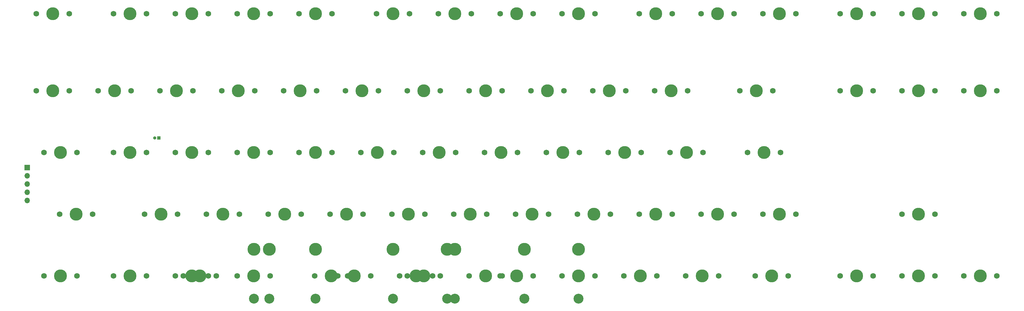
<source format=gbr>
%TF.GenerationSoftware,KiCad,Pcbnew,(7.0.0-0)*%
%TF.CreationDate,2023-07-19T11:54:47-04:00*%
%TF.ProjectId,meadowstumble,6d656164-6f77-4737-9475-6d626c652e6b,rev?*%
%TF.SameCoordinates,Original*%
%TF.FileFunction,Soldermask,Top*%
%TF.FilePolarity,Negative*%
%FSLAX46Y46*%
G04 Gerber Fmt 4.6, Leading zero omitted, Abs format (unit mm)*
G04 Created by KiCad (PCBNEW (7.0.0-0)) date 2023-07-19 11:54:47*
%MOMM*%
%LPD*%
G01*
G04 APERTURE LIST*
%ADD10C,3.987800*%
%ADD11C,3.048000*%
%ADD12C,1.750000*%
%ADD13R,1.000000X1.000000*%
%ADD14O,1.000000X1.000000*%
%ADD15R,1.700000X1.700000*%
%ADD16O,1.700000X1.700000*%
G04 APERTURE END LIST*
D10*
%TO.C,MX60*%
X217350000Y-157220000D03*
X122100000Y-157220000D03*
D11*
X217350000Y-172460000D03*
X122100000Y-172460000D03*
D12*
X174805000Y-165475000D03*
X164645000Y-165475000D03*
D10*
X169725000Y-165475000D03*
%TD*%
%TO.C,MX61*%
X217350000Y-157220000D03*
X179250000Y-157220000D03*
D11*
X217350000Y-172460000D03*
X179250000Y-172460000D03*
D12*
X203380000Y-165475000D03*
X193220000Y-165475000D03*
D10*
X198300000Y-165475000D03*
%TD*%
%TO.C,MX60*%
X160200000Y-157220000D03*
X122100000Y-157220000D03*
D11*
X160200000Y-172460000D03*
X122100000Y-172460000D03*
D12*
X146230000Y-165475000D03*
X136070000Y-165475000D03*
D10*
X141150000Y-165475000D03*
%TD*%
D12*
%TO.C,MX58*%
X105748750Y-165475000D03*
X95588750Y-165475000D03*
D10*
X100668750Y-165475000D03*
%TD*%
%TO.C,MX60*%
X217343650Y-157220000D03*
X117343850Y-157220000D03*
D11*
X217343650Y-172460000D03*
X117343850Y-172460000D03*
D12*
X172423750Y-165475000D03*
X162263750Y-165475000D03*
D10*
X167343750Y-165475000D03*
%TD*%
D12*
%TO.C,MX20*%
X126545000Y-108325000D03*
D10*
X131625000Y-108325000D03*
D12*
X136705000Y-108325000D03*
%TD*%
%TO.C,MX23*%
X183695000Y-108325000D03*
D10*
X188775000Y-108325000D03*
D12*
X193855000Y-108325000D03*
%TD*%
%TO.C,MX27*%
X267038750Y-108325000D03*
D10*
X272118750Y-108325000D03*
D12*
X277198750Y-108325000D03*
%TD*%
%TO.C,MX36*%
X150357500Y-127375000D03*
D10*
X155437500Y-127375000D03*
D12*
X160517500Y-127375000D03*
%TD*%
%TO.C,MX53*%
X255132500Y-146425000D03*
D10*
X260212500Y-146425000D03*
D12*
X265292500Y-146425000D03*
%TD*%
%TO.C,MX49*%
X178932500Y-146425000D03*
D10*
X184012500Y-146425000D03*
D12*
X189092500Y-146425000D03*
%TD*%
%TO.C,MX10*%
X236082500Y-84512500D03*
D10*
X241162500Y-84512500D03*
D12*
X246242500Y-84512500D03*
%TD*%
%TO.C,MX6*%
X155120000Y-84512500D03*
D10*
X160200000Y-84512500D03*
D12*
X165280000Y-84512500D03*
%TD*%
%TO.C,MX32*%
X74157500Y-127375000D03*
D10*
X79237500Y-127375000D03*
D12*
X84317500Y-127375000D03*
%TD*%
%TO.C,MX24*%
X202745000Y-108325000D03*
D10*
X207825000Y-108325000D03*
D12*
X212905000Y-108325000D03*
%TD*%
%TO.C,MX65*%
X271801250Y-165475000D03*
D10*
X276881250Y-165475000D03*
D12*
X281961250Y-165475000D03*
%TD*%
%TO.C,MX19*%
X107495000Y-108325000D03*
D10*
X112575000Y-108325000D03*
D12*
X117655000Y-108325000D03*
%TD*%
%TO.C,MX17*%
X69395000Y-108325000D03*
D10*
X74475000Y-108325000D03*
D12*
X79555000Y-108325000D03*
%TD*%
%TO.C,MX21*%
X145595000Y-108325000D03*
D10*
X150675000Y-108325000D03*
D12*
X155755000Y-108325000D03*
%TD*%
%TO.C,MX44*%
X83682500Y-146425000D03*
D10*
X88762500Y-146425000D03*
D12*
X93842500Y-146425000D03*
%TD*%
%TO.C,MX5*%
X131307500Y-84512500D03*
D10*
X136387500Y-84512500D03*
D12*
X141467500Y-84512500D03*
%TD*%
%TO.C,MX47*%
X140832500Y-146425000D03*
D10*
X145912500Y-146425000D03*
D12*
X150992500Y-146425000D03*
%TD*%
%TO.C,MX56*%
X52726250Y-165475000D03*
D10*
X57806250Y-165475000D03*
D12*
X62886250Y-165475000D03*
%TD*%
%TO.C,MX45*%
X102732500Y-146425000D03*
D10*
X107812500Y-146425000D03*
D12*
X112892500Y-146425000D03*
%TD*%
%TO.C,MX64*%
X250370000Y-165475000D03*
D10*
X255450000Y-165475000D03*
D12*
X260530000Y-165475000D03*
%TD*%
%TO.C,MX41*%
X245607500Y-127375000D03*
D10*
X250687500Y-127375000D03*
D12*
X255767500Y-127375000D03*
%TD*%
%TO.C,MX13*%
X297995000Y-84512500D03*
D10*
X303075000Y-84512500D03*
D12*
X308155000Y-84512500D03*
%TD*%
%TO.C,MX57*%
X74157500Y-165475000D03*
D10*
X79237500Y-165475000D03*
D12*
X84317500Y-165475000D03*
%TD*%
D10*
%TO.C,MX61*%
X176868750Y-157220000D03*
D11*
X176868750Y-172460000D03*
D12*
X183695000Y-165475000D03*
D10*
X188775000Y-165475000D03*
D12*
X193855000Y-165475000D03*
D10*
X200681250Y-157220000D03*
D11*
X200681250Y-172460000D03*
%TD*%
D12*
%TO.C,MX67*%
X317045000Y-165475000D03*
D10*
X322125000Y-165475000D03*
D12*
X327205000Y-165475000D03*
%TD*%
%TO.C,MX39*%
X207507500Y-127375000D03*
D10*
X212587500Y-127375000D03*
D12*
X217667500Y-127375000D03*
%TD*%
%TO.C,MX1*%
X50345000Y-84512500D03*
D10*
X55425000Y-84512500D03*
D12*
X60505000Y-84512500D03*
%TD*%
%TO.C,MX12*%
X274182500Y-84512500D03*
D10*
X279262500Y-84512500D03*
D12*
X284342500Y-84512500D03*
%TD*%
%TO.C,MX7*%
X174170000Y-84512500D03*
D10*
X179250000Y-84512500D03*
D12*
X184330000Y-84512500D03*
%TD*%
%TO.C,MX2*%
X74157500Y-84512500D03*
D10*
X79237500Y-84512500D03*
D12*
X84317500Y-84512500D03*
%TD*%
%TO.C,MX48*%
X159882500Y-146425000D03*
D10*
X164962500Y-146425000D03*
D12*
X170042500Y-146425000D03*
%TD*%
%TO.C,MX3*%
X93207500Y-84512500D03*
D10*
X98287500Y-84512500D03*
D12*
X103367500Y-84512500D03*
%TD*%
%TO.C,MX18*%
X88445000Y-108325000D03*
D10*
X93525000Y-108325000D03*
D12*
X98605000Y-108325000D03*
%TD*%
%TO.C,MX58*%
X93207500Y-165475000D03*
D10*
X98287500Y-165475000D03*
D12*
X103367500Y-165475000D03*
%TD*%
%TO.C,MX40*%
X226557500Y-127375000D03*
D10*
X231637500Y-127375000D03*
D12*
X236717500Y-127375000D03*
%TD*%
%TO.C,MX35*%
X131307500Y-127375000D03*
D10*
X136387500Y-127375000D03*
D12*
X141467500Y-127375000D03*
%TD*%
%TO.C,MX28*%
X297995000Y-108325000D03*
D10*
X303075000Y-108325000D03*
D12*
X308155000Y-108325000D03*
%TD*%
%TO.C,MX25*%
X221795000Y-108325000D03*
D10*
X226875000Y-108325000D03*
D12*
X231955000Y-108325000D03*
%TD*%
%TO.C,MX54*%
X274182500Y-146425000D03*
D10*
X279262500Y-146425000D03*
D12*
X284342500Y-146425000D03*
%TD*%
%TO.C,MX46*%
X121782500Y-146425000D03*
D10*
X126862500Y-146425000D03*
D12*
X131942500Y-146425000D03*
%TD*%
%TO.C,MX15*%
X336095000Y-84512500D03*
D10*
X341175000Y-84512500D03*
D12*
X346255000Y-84512500D03*
%TD*%
%TO.C,MX59*%
X112257500Y-165475000D03*
D10*
X117337500Y-165475000D03*
D12*
X122417500Y-165475000D03*
%TD*%
%TO.C,MX63*%
X231320000Y-165475000D03*
D10*
X236400000Y-165475000D03*
D12*
X241480000Y-165475000D03*
%TD*%
%TO.C,MX11*%
X255132500Y-84512500D03*
D10*
X260212500Y-84512500D03*
D12*
X265292500Y-84512500D03*
%TD*%
%TO.C,MX22*%
X164645000Y-108325000D03*
D10*
X169725000Y-108325000D03*
D12*
X174805000Y-108325000D03*
%TD*%
%TO.C,MX29*%
X317045000Y-108325000D03*
D10*
X322125000Y-108325000D03*
D12*
X327205000Y-108325000D03*
%TD*%
%TO.C,MX14*%
X317045000Y-84512500D03*
D10*
X322125000Y-84512500D03*
D12*
X327205000Y-84512500D03*
%TD*%
%TO.C,MX30*%
X336095000Y-108325000D03*
D10*
X341175000Y-108325000D03*
D12*
X346255000Y-108325000D03*
%TD*%
%TO.C,MX16*%
X50345000Y-108325000D03*
D10*
X55425000Y-108325000D03*
D12*
X60505000Y-108325000D03*
%TD*%
%TO.C,MX9*%
X212270000Y-84512500D03*
D10*
X217350000Y-84512500D03*
D12*
X222430000Y-84512500D03*
%TD*%
%TO.C,MX68*%
X336095000Y-165475000D03*
D10*
X341175000Y-165475000D03*
D12*
X346255000Y-165475000D03*
%TD*%
%TO.C,MX66*%
X297995000Y-165475000D03*
D10*
X303075000Y-165475000D03*
D12*
X308155000Y-165475000D03*
%TD*%
%TO.C,MX62*%
X212270000Y-165475000D03*
D10*
X217350000Y-165475000D03*
D12*
X222430000Y-165475000D03*
%TD*%
%TO.C,MX31*%
X52726250Y-127375000D03*
D10*
X57806250Y-127375000D03*
D12*
X62886250Y-127375000D03*
%TD*%
%TO.C,MX26*%
X240845000Y-108325000D03*
D10*
X245925000Y-108325000D03*
D12*
X251005000Y-108325000D03*
%TD*%
%TO.C,MX55*%
X317045000Y-146425000D03*
D10*
X322125000Y-146425000D03*
D12*
X327205000Y-146425000D03*
%TD*%
%TO.C,MX33*%
X93207500Y-127375000D03*
D10*
X98287500Y-127375000D03*
D12*
X103367500Y-127375000D03*
%TD*%
%TO.C,MX38*%
X188457500Y-127375000D03*
D10*
X193537500Y-127375000D03*
D12*
X198617500Y-127375000D03*
%TD*%
%TO.C,MX37*%
X169407500Y-127375000D03*
D10*
X174487500Y-127375000D03*
D12*
X179567500Y-127375000D03*
%TD*%
%TO.C,MX52*%
X236082500Y-146425000D03*
D10*
X241162500Y-146425000D03*
D12*
X246242500Y-146425000D03*
%TD*%
%TO.C,MX34*%
X112257500Y-127375000D03*
D10*
X117337500Y-127375000D03*
D12*
X122417500Y-127375000D03*
%TD*%
%TO.C,MX51*%
X217032500Y-146425000D03*
D10*
X222112500Y-146425000D03*
D12*
X227192500Y-146425000D03*
%TD*%
D10*
%TO.C,MX60*%
X136387500Y-157220000D03*
D11*
X136387500Y-172460000D03*
D12*
X143213750Y-165475000D03*
D10*
X148293750Y-165475000D03*
D12*
X153373750Y-165475000D03*
D10*
X160200000Y-157220000D03*
D11*
X160200000Y-172460000D03*
%TD*%
D12*
%TO.C,MX4*%
X112257500Y-84512500D03*
D10*
X117337500Y-84512500D03*
D12*
X122417500Y-84512500D03*
%TD*%
%TO.C,MX50*%
X197982500Y-146425000D03*
D10*
X203062500Y-146425000D03*
D12*
X208142500Y-146425000D03*
%TD*%
%TO.C,MX42*%
X269420000Y-127375000D03*
D10*
X274500000Y-127375000D03*
D12*
X279580000Y-127375000D03*
%TD*%
%TO.C,MX43*%
X57488750Y-146425000D03*
D10*
X62568750Y-146425000D03*
D12*
X67648750Y-146425000D03*
%TD*%
%TO.C,MX8*%
X193220000Y-84512500D03*
D10*
X198300000Y-84512500D03*
D12*
X203380000Y-84512500D03*
%TD*%
D13*
%TO.C,SW1*%
X88049999Y-122849999D03*
D14*
X86779999Y-122849999D03*
%TD*%
D15*
%TO.C,J2*%
X47512499Y-131949999D03*
D16*
X47512499Y-134489999D03*
X47512499Y-137029999D03*
X47512499Y-139569999D03*
X47512499Y-142109999D03*
%TD*%
M02*

</source>
